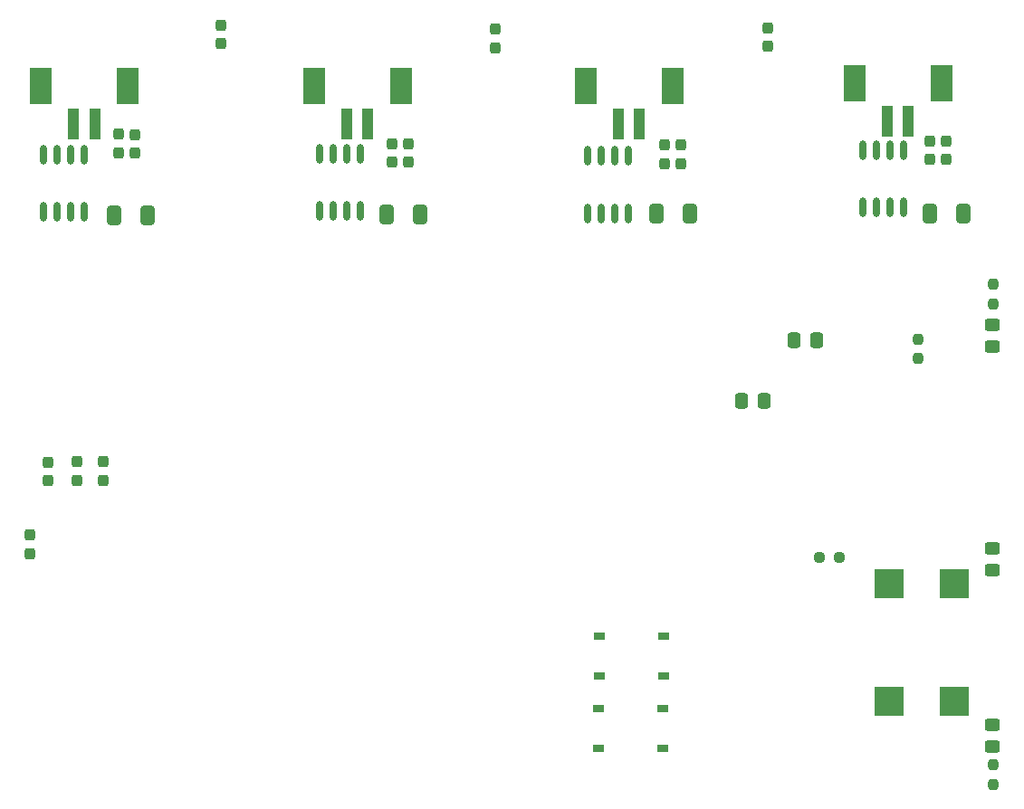
<source format=gbr>
%TF.GenerationSoftware,KiCad,Pcbnew,8.0.6*%
%TF.CreationDate,2025-03-02T11:18:05-08:00*%
%TF.ProjectId,dpx_faded,6470785f-6661-4646-9564-2e6b69636164,0.5.0*%
%TF.SameCoordinates,Original*%
%TF.FileFunction,Paste,Top*%
%TF.FilePolarity,Positive*%
%FSLAX46Y46*%
G04 Gerber Fmt 4.6, Leading zero omitted, Abs format (unit mm)*
G04 Created by KiCad (PCBNEW 8.0.6) date 2025-03-02 11:18:05*
%MOMM*%
%LPD*%
G01*
G04 APERTURE LIST*
G04 Aperture macros list*
%AMRoundRect*
0 Rectangle with rounded corners*
0 $1 Rounding radius*
0 $2 $3 $4 $5 $6 $7 $8 $9 X,Y pos of 4 corners*
0 Add a 4 corners polygon primitive as box body*
4,1,4,$2,$3,$4,$5,$6,$7,$8,$9,$2,$3,0*
0 Add four circle primitives for the rounded corners*
1,1,$1+$1,$2,$3*
1,1,$1+$1,$4,$5*
1,1,$1+$1,$6,$7*
1,1,$1+$1,$8,$9*
0 Add four rect primitives between the rounded corners*
20,1,$1+$1,$2,$3,$4,$5,0*
20,1,$1+$1,$4,$5,$6,$7,0*
20,1,$1+$1,$6,$7,$8,$9,0*
20,1,$1+$1,$8,$9,$2,$3,0*%
G04 Aperture macros list end*
%ADD10RoundRect,0.250000X0.337500X0.475000X-0.337500X0.475000X-0.337500X-0.475000X0.337500X-0.475000X0*%
%ADD11RoundRect,0.237500X0.237500X-0.300000X0.237500X0.300000X-0.237500X0.300000X-0.237500X-0.300000X0*%
%ADD12RoundRect,0.237500X-0.237500X0.300000X-0.237500X-0.300000X0.237500X-0.300000X0.237500X0.300000X0*%
%ADD13RoundRect,0.250000X-0.450000X0.325000X-0.450000X-0.325000X0.450000X-0.325000X0.450000X0.325000X0*%
%ADD14RoundRect,0.237500X0.237500X-0.250000X0.237500X0.250000X-0.237500X0.250000X-0.237500X-0.250000X0*%
%ADD15O,0.630000X1.860000*%
%ADD16R,1.000000X3.000000*%
%ADD17R,2.000000X3.500000*%
%ADD18RoundRect,0.250000X-0.412500X-0.650000X0.412500X-0.650000X0.412500X0.650000X-0.412500X0.650000X0*%
%ADD19R,1.000000X0.750000*%
%ADD20RoundRect,0.250000X0.450000X-0.325000X0.450000X0.325000X-0.450000X0.325000X-0.450000X-0.325000X0*%
%ADD21RoundRect,0.237500X0.250000X0.237500X-0.250000X0.237500X-0.250000X-0.237500X0.250000X-0.237500X0*%
%ADD22R,2.800000X2.800000*%
%ADD23RoundRect,0.237500X-0.237500X0.250000X-0.237500X-0.250000X0.237500X-0.250000X0.237500X0.250000X0*%
G04 APERTURE END LIST*
D10*
%TO.C,C21*%
X353247500Y-143160000D03*
X351172500Y-143160000D03*
%TD*%
D11*
%TO.C,C20*%
X284560000Y-157460000D03*
X284560000Y-155735000D03*
%TD*%
D12*
%TO.C,C19*%
X286310000Y-148935000D03*
X286310000Y-150660000D03*
%TD*%
%TO.C,C18*%
X288960000Y-148885000D03*
X288960000Y-150610000D03*
%TD*%
%TO.C,C17*%
X291460000Y-148885000D03*
X291460000Y-150610000D03*
%TD*%
D13*
%TO.C,LED10*%
X374610000Y-136060000D03*
X374610000Y-138110000D03*
%TD*%
D11*
%TO.C,C5*%
X343910000Y-120960000D03*
X343910000Y-119235000D03*
%TD*%
D14*
%TO.C,R10*%
X367660000Y-139235000D03*
X367660000Y-137410000D03*
%TD*%
D11*
%TO.C,C16*%
X302460000Y-109735000D03*
X302460000Y-108010000D03*
%TD*%
D15*
%TO.C,U5*%
X362520000Y-125090000D03*
X363800000Y-125090000D03*
X365060000Y-125090000D03*
X366330000Y-125090000D03*
X366330000Y-119730000D03*
X365060000Y-119730000D03*
X363800000Y-119730000D03*
X362520000Y-119730000D03*
%TD*%
D16*
%TO.C,J4*%
X288700000Y-117260000D03*
X290700000Y-117260000D03*
D17*
X293760000Y-113740000D03*
X285640000Y-113740000D03*
%TD*%
D16*
%TO.C,J1*%
X364760000Y-116970000D03*
X366760000Y-116970000D03*
D17*
X369820000Y-113450000D03*
X361700000Y-113450000D03*
%TD*%
D18*
%TO.C,C1*%
X295585000Y-125810000D03*
X292460000Y-125810000D03*
%TD*%
D14*
%TO.C,R2*%
X374660000Y-134072500D03*
X374660000Y-132247500D03*
%TD*%
D11*
%TO.C,C9*%
X318475000Y-120835000D03*
X318475000Y-119110000D03*
%TD*%
%TO.C,C8*%
X320010000Y-120835000D03*
X320010000Y-119110000D03*
%TD*%
%TO.C,C11*%
X292910000Y-119960000D03*
X292910000Y-118235000D03*
%TD*%
%TO.C,C2*%
X368735000Y-120560000D03*
X368735000Y-118835000D03*
%TD*%
%TO.C,C3*%
X370310000Y-120572500D03*
X370310000Y-118847500D03*
%TD*%
%TO.C,C6*%
X345445000Y-120960000D03*
X345445000Y-119235000D03*
%TD*%
D18*
%TO.C,C10*%
X317947500Y-125760000D03*
X321072500Y-125760000D03*
%TD*%
D19*
%TO.C,SW2*%
X337760000Y-171960000D03*
X343760000Y-171960000D03*
X337760000Y-175660000D03*
X343760000Y-175660000D03*
%TD*%
D16*
%TO.C,J2*%
X339610000Y-117260000D03*
X341610000Y-117260000D03*
D17*
X344670000Y-113740000D03*
X336550000Y-113740000D03*
%TD*%
D11*
%TO.C,C15*%
X328110000Y-110110000D03*
X328110000Y-108385000D03*
%TD*%
D20*
%TO.C,LED11*%
X374560000Y-175510000D03*
X374560000Y-173460000D03*
%TD*%
D10*
%TO.C,C13*%
X358147500Y-137510000D03*
X356072500Y-137510000D03*
%TD*%
D15*
%TO.C,U8*%
X285850000Y-125490000D03*
X287130000Y-125490000D03*
X288390000Y-125490000D03*
X289660000Y-125490000D03*
X289660000Y-120130000D03*
X288390000Y-120130000D03*
X287130000Y-120130000D03*
X285850000Y-120130000D03*
%TD*%
D11*
%TO.C,C12*%
X294420000Y-119972500D03*
X294420000Y-118247500D03*
%TD*%
D16*
%TO.C,J3*%
X314210000Y-117260000D03*
X316210000Y-117260000D03*
D17*
X319270000Y-113740000D03*
X311150000Y-113740000D03*
%TD*%
D19*
%TO.C,SW1*%
X337860000Y-165210000D03*
X343860000Y-165210000D03*
X337860000Y-168910000D03*
X343860000Y-168910000D03*
%TD*%
D11*
%TO.C,C14*%
X353610000Y-110010000D03*
X353610000Y-108285000D03*
%TD*%
D21*
%TO.C,R1*%
X360260000Y-157810000D03*
X358435000Y-157810000D03*
%TD*%
D18*
%TO.C,C7*%
X368747500Y-125610000D03*
X371872500Y-125610000D03*
%TD*%
D22*
%TO.C,DC1*%
X371010000Y-171310000D03*
X364910000Y-171310000D03*
X371010000Y-160310000D03*
X364910000Y-160310000D03*
%TD*%
D13*
%TO.C,LED9*%
X374560000Y-156960000D03*
X374560000Y-159010000D03*
%TD*%
D18*
%TO.C,C4*%
X343160000Y-125660000D03*
X346285000Y-125660000D03*
%TD*%
D23*
%TO.C,R3*%
X374684343Y-177241743D03*
X374684343Y-179066743D03*
%TD*%
D15*
%TO.C,U6*%
X336750000Y-125610000D03*
X338030000Y-125610000D03*
X339290000Y-125610000D03*
X340560000Y-125610000D03*
X340560000Y-120250000D03*
X339290000Y-120250000D03*
X338030000Y-120250000D03*
X336750000Y-120250000D03*
%TD*%
%TO.C,U7*%
X311700000Y-125390000D03*
X312980000Y-125390000D03*
X314240000Y-125390000D03*
X315510000Y-125390000D03*
X315510000Y-120030000D03*
X314240000Y-120030000D03*
X312980000Y-120030000D03*
X311700000Y-120030000D03*
%TD*%
M02*

</source>
